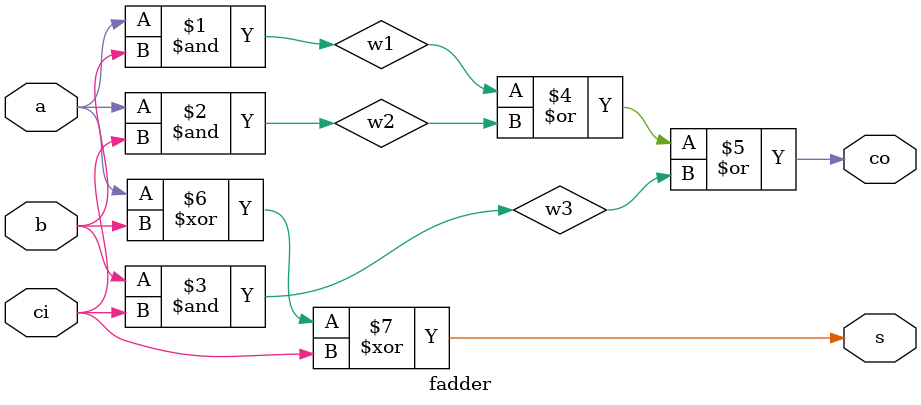
<source format=v>

module fadder(
    // ----------------------------------
    // Data inputs
    // ----------------------------------
    input wire                a, b, ci,
    // ----------------------------------
    // Data outputs
    // ----------------------------------
    output wire               s, co
  );
// *****************************************************************************

// *****************************************************************************
// Architecture
// *****************************************************************************

   // -----------------------------------------------------
   // Internal signals
   // -----------------------------------------------------
   // wires (from ands to or)
   wire w1, w2, w3;

   // -----------------------------------------------------
   // Combinational logic
   // -----------------------------------------------------
   // carry-out circuitry
   and( w1, a, b );
   and( w2, a, ci );
   and( w3, b, ci );
   or( co, w1, w2, w3 );

   // sum
   xor( s, a, b, ci );
   // -----------------------------------------------------

// *****************************************************************************

// *****************************************************************************
// Assertions and debugging
// *****************************************************************************
`ifdef RTL_DEBUG

   XXXXX TO FILL IN HERE XXXXX

`endif
// *****************************************************************************

endmodule




</source>
